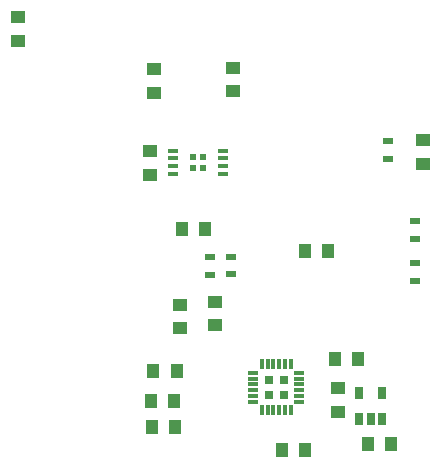
<source format=gbr>
G04 #@! TF.FileFunction,Paste,Top*
%FSLAX46Y46*%
G04 Gerber Fmt 4.6, Leading zero omitted, Abs format (unit mm)*
G04 Created by KiCad (PCBNEW 4.0.2-stable) date 27/05/2016 15:33:53*
%MOMM*%
G01*
G04 APERTURE LIST*
%ADD10C,0.100000*%
%ADD11R,1.000000X1.250000*%
%ADD12R,0.650000X1.060000*%
%ADD13R,0.300000X0.850000*%
%ADD14R,0.850000X0.300000*%
%ADD15R,0.780000X0.780000*%
%ADD16R,1.250000X1.000000*%
%ADD17R,0.900000X0.500000*%
%ADD18R,0.890000X0.420000*%
%ADD19R,0.504000X0.564000*%
G04 APERTURE END LIST*
D10*
D11*
X170450000Y-93929200D03*
X172450000Y-93929200D03*
D12*
X188114900Y-95448300D03*
X189064900Y-95448300D03*
X190014900Y-95448300D03*
X190014900Y-93248300D03*
X188114900Y-93248300D03*
D13*
X182339300Y-90798100D03*
X181839300Y-90798100D03*
X181339300Y-90798100D03*
X180839300Y-90798100D03*
X180339300Y-90798100D03*
X179839300Y-90798100D03*
D14*
X179139300Y-91498100D03*
X179139300Y-91998100D03*
X179139300Y-92498100D03*
X179139300Y-92998100D03*
X179139300Y-93498100D03*
X179139300Y-93998100D03*
D13*
X179839300Y-94698100D03*
X180339300Y-94698100D03*
X180839300Y-94698100D03*
X181339300Y-94698100D03*
X181839300Y-94698100D03*
X182339300Y-94698100D03*
D14*
X183039300Y-93998100D03*
X183039300Y-93498100D03*
X183039300Y-92998100D03*
X183039300Y-92498100D03*
X183039300Y-91998100D03*
X183039300Y-91498100D03*
D15*
X180439300Y-93398100D03*
X181739300Y-93398100D03*
X180439300Y-92098100D03*
X181739300Y-92098100D03*
D11*
X186007500Y-90347800D03*
X188007500Y-90347800D03*
X170513500Y-96088200D03*
X172513500Y-96088200D03*
X185480200Y-81229200D03*
X183480200Y-81229200D03*
X181549800Y-98082100D03*
X183549800Y-98082100D03*
X190826900Y-97510600D03*
X188826900Y-97510600D03*
D16*
X186321700Y-92802200D03*
X186321700Y-94802200D03*
X193497200Y-71821800D03*
X193497200Y-73821800D03*
X170764200Y-65776600D03*
X170764200Y-67776600D03*
X177444400Y-65687700D03*
X177444400Y-67687700D03*
D17*
X190500000Y-71894000D03*
X190500000Y-73394000D03*
X175425100Y-81711100D03*
X175425100Y-83211100D03*
X177228500Y-81673000D03*
X177228500Y-83173000D03*
D16*
X170383200Y-72723500D03*
X170383200Y-74723500D03*
D18*
X176526800Y-74660400D03*
X176526800Y-74010400D03*
X176526800Y-73360400D03*
X176526800Y-72710400D03*
X172316800Y-72710400D03*
X172316800Y-73360400D03*
X172316800Y-74010400D03*
X172316800Y-74660400D03*
D19*
X174001800Y-73215400D03*
X174001800Y-74155400D03*
X174841800Y-73215400D03*
X174841800Y-74155400D03*
D16*
X172897800Y-87728300D03*
X172897800Y-85728300D03*
X175895000Y-87474300D03*
X175895000Y-85474300D03*
D11*
X172678600Y-91338400D03*
X170678600Y-91338400D03*
X175066200Y-79324200D03*
X173066200Y-79324200D03*
D16*
X159200000Y-61400000D03*
X159200000Y-63400000D03*
D17*
X192849500Y-82231800D03*
X192849500Y-83731800D03*
X192849500Y-80137700D03*
X192849500Y-78637700D03*
M02*

</source>
